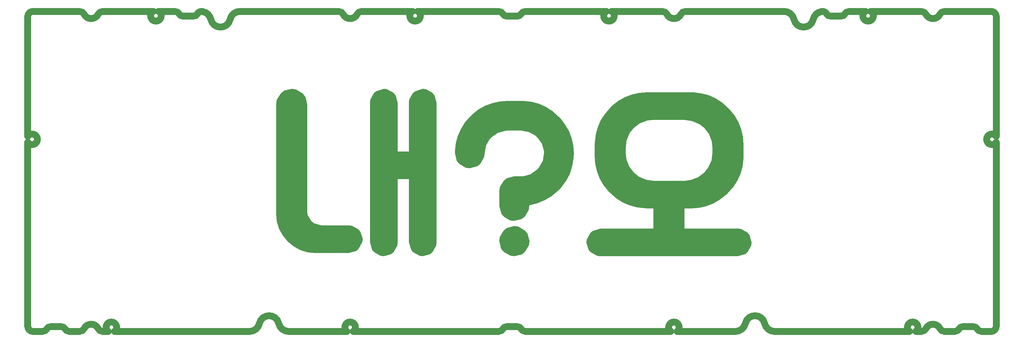
<source format=gbr>
%TF.GenerationSoftware,KiCad,Pcbnew,8.0.1*%
%TF.CreationDate,2025-05-08T03:48:04+09:00*%
%TF.ProjectId,neo60core_rp2040,6e656f36-3063-46f7-9265-5f7270323034,rev?*%
%TF.SameCoordinates,Original*%
%TF.FileFunction,Legend,Top*%
%TF.FilePolarity,Positive*%
%FSLAX46Y46*%
G04 Gerber Fmt 4.6, Leading zero omitted, Abs format (unit mm)*
G04 Created by KiCad (PCBNEW 8.0.1) date 2025-05-08 03:48:04*
%MOMM*%
%LPD*%
G01*
G04 APERTURE LIST*
%ADD10C,2.000000*%
%ADD11C,6.000000*%
G04 APERTURE END LIST*
D10*
X48016748Y-117723684D02*
G75*
G02*
X46670333Y-118562529I-1346448J661184D01*
G01*
X292580917Y-118562501D02*
X294170326Y-118562501D01*
X306381252Y-117137500D02*
X309481247Y-117137500D01*
X31456251Y-62868896D02*
X31456251Y-117062500D01*
X271676588Y-25089774D02*
G75*
G02*
X272990993Y-24312496I1314412J-722726D01*
G01*
X172281261Y-117137501D02*
X175381248Y-117137501D01*
X32956250Y-118562501D02*
X35771450Y-118562501D01*
X277726968Y-24312500D02*
X272990993Y-24312501D01*
X242437296Y-116210787D02*
G75*
G02*
X248100254Y-116210787I2831479J-626678D01*
G01*
X90937663Y-26664190D02*
G75*
G02*
X85274717Y-26664190I-2831473J626705D01*
G01*
X46670350Y-24312501D02*
X32956250Y-24312501D01*
X267481251Y-25737503D02*
G75*
G02*
X266390623Y-25098182I49J1250003D01*
G01*
X53492150Y-118562501D02*
G75*
G02*
X52145778Y-117723675I50J1500001D01*
G01*
X262387784Y-26664190D02*
G75*
G02*
X256724836Y-26664190I-2831474J626702D01*
G01*
X125281585Y-118562500D02*
G75*
G02*
X127180915Y-118562500I949665J1225001D01*
G01*
X175381248Y-117137501D02*
G75*
G02*
X176476549Y-117785248I-48J-1249999D01*
G01*
X68326973Y-24312501D02*
X53477968Y-24312501D01*
X99562248Y-116210788D02*
G75*
G02*
X105225155Y-116210799I2831452J-626712D01*
G01*
X316206251Y-62868899D02*
G75*
G02*
X316206252Y-61106103I-1275051J881399D01*
G01*
X175381247Y-25737502D02*
X172281251Y-25737502D01*
X242437294Y-116210787D02*
G75*
G02*
X239508178Y-118562478I-2929094J648287D01*
G01*
X299645753Y-25151316D02*
G75*
G02*
X295516745Y-25151315I-2064504J1013817D01*
G01*
X128295757Y-25151316D02*
G75*
G02*
X129642172Y-24312476I1346443J-661184D01*
G01*
X171185915Y-117785227D02*
G75*
G02*
X169875743Y-118562501I-1314415J722727D01*
G01*
X270581248Y-25737503D02*
X267481251Y-25737503D01*
X223495752Y-25151317D02*
G75*
G02*
X219366667Y-25151354I-2064552J1013817D01*
G01*
X53492150Y-118562501D02*
X55081585Y-118562500D01*
X295516742Y-117723685D02*
G75*
G02*
X294170326Y-118562524I-1346442J661185D01*
G01*
X290681580Y-118562501D02*
G75*
G02*
X292580917Y-118562501I949669J1225001D01*
G01*
X222380919Y-118562502D02*
X239508178Y-118562502D01*
X69935534Y-24312502D02*
G75*
G02*
X68326974Y-24312502I-804280J-1325002D01*
G01*
X176476587Y-25089773D02*
G75*
G02*
X175381247Y-25737542I-1095387J602273D01*
G01*
X144526972Y-24312501D02*
X129642172Y-24312501D01*
X108154351Y-118562501D02*
G75*
G02*
X105225184Y-116210792I-51J3000001D01*
G01*
X99562246Y-116210788D02*
G75*
G02*
X96633130Y-118562529I-2929146J648288D01*
G01*
X305285915Y-117785228D02*
G75*
G02*
X306381252Y-117137460I1095385J-602272D01*
G01*
X127180915Y-118562500D02*
X169875743Y-118562502D01*
X169871511Y-24312500D02*
X146135533Y-24312500D01*
X31456251Y-61106103D02*
G75*
G02*
X31456251Y-62868896I1274999J-881397D01*
G01*
X299645754Y-25151316D02*
G75*
G02*
X300992167Y-24312473I1346446J-661184D01*
G01*
X169871511Y-24312500D02*
G75*
G02*
X171185909Y-25089776I-11J-1500000D01*
G01*
X203135531Y-24312501D02*
G75*
G02*
X201526996Y-24312545I-804231J-1324999D01*
G01*
X253795726Y-24312501D02*
X224842170Y-24312500D01*
X46670350Y-24312501D02*
G75*
G02*
X48016721Y-25151330I-50J-1499999D01*
G01*
X56980922Y-118562501D02*
X96633130Y-118562501D01*
X251029370Y-118562502D02*
G75*
G02*
X248100280Y-116210781I30J3000002D01*
G01*
X201526969Y-24312501D02*
X177790994Y-24312500D01*
X253795726Y-24312501D02*
G75*
G02*
X256724812Y-26664195I-26J-2999999D01*
G01*
X52145757Y-25151317D02*
G75*
G02*
X48016744Y-25151319I-2064507J1013817D01*
G01*
X32956250Y-118562501D02*
G75*
G02*
X31456199Y-117062500I-50J1500001D01*
G01*
X271676586Y-25089774D02*
G75*
G02*
X270581248Y-25737542I-1095386J602274D01*
G01*
X316206250Y-117062500D02*
G75*
G02*
X314706250Y-118562550I-1500050J0D01*
G01*
X305285913Y-117785228D02*
G75*
G02*
X303971507Y-118562506I-1314413J722728D01*
G01*
X176476587Y-25089773D02*
G75*
G02*
X177790994Y-24312495I1314413J-722727D01*
G01*
X294170326Y-24312501D02*
X279335527Y-24312501D01*
X90937665Y-26664190D02*
G75*
G02*
X93866776Y-24312477I2929135J-648310D01*
G01*
X43690949Y-118562501D02*
G75*
G02*
X42376636Y-117785200I51J1499901D01*
G01*
X122820350Y-24312501D02*
X93866776Y-24312501D01*
X52145758Y-25151317D02*
G75*
G02*
X53477968Y-24312534I1346642J-661483D01*
G01*
X82815810Y-24349579D02*
G75*
G02*
X85274716Y-26664190I-470110J-2962821D01*
G01*
X300992167Y-118562501D02*
X303971507Y-118562502D01*
X177790994Y-118562501D02*
G75*
G02*
X176476591Y-117785225I6J1500001D01*
G01*
X172281251Y-25737502D02*
G75*
G02*
X171185872Y-25089797I-51J1250002D01*
G01*
X279335527Y-24312502D02*
G75*
G02*
X277726943Y-24312459I-804327J-1324998D01*
G01*
X48016749Y-117723684D02*
G75*
G02*
X52145752Y-117723687I2064501J-1013816D01*
G01*
X43690949Y-118562501D02*
X46670333Y-118562501D01*
X177790994Y-118562501D02*
X220481580Y-118562501D01*
X294170326Y-24312501D02*
G75*
G02*
X295516720Y-25151328I-26J-1499999D01*
G01*
X311890994Y-118562501D02*
X314706250Y-118562500D01*
X223495752Y-25151317D02*
G75*
G02*
X224842170Y-24312472I1346448J-661183D01*
G01*
X108154351Y-118562501D02*
X125281585Y-118562500D01*
X37085916Y-117785228D02*
G75*
G02*
X38181253Y-117137461I1095384J-602272D01*
G01*
X77081251Y-25737503D02*
G75*
G02*
X75985871Y-25089797I-51J1250003D01*
G01*
X309481247Y-117137500D02*
G75*
G02*
X310576550Y-117785247I-47J-1250000D01*
G01*
X295516743Y-117723685D02*
G75*
G02*
X299645675Y-117723722I2064457J-1013815D01*
G01*
X171185915Y-117785227D02*
G75*
G02*
X172281261Y-117137460I1095385J-602273D01*
G01*
X37085915Y-117785228D02*
G75*
G02*
X35771450Y-118562543I-1314515J722828D01*
G01*
X264846690Y-24349580D02*
G75*
G02*
X266390577Y-25098208I235110J-1481420D01*
G01*
X316206250Y-117062500D02*
X316206251Y-62868899D01*
X316206251Y-61106103D02*
X316206251Y-25812503D01*
X74671550Y-24312501D02*
X69935534Y-24312501D01*
X80181251Y-25737503D02*
X77081251Y-25737503D01*
X128295756Y-25151316D02*
G75*
G02*
X124166826Y-25151279I-2064456J1013816D01*
G01*
X218020328Y-24312501D02*
X203135531Y-24312500D01*
X311890994Y-118562501D02*
G75*
G02*
X310576591Y-117785225I6J1500001D01*
G01*
X262387784Y-26664190D02*
G75*
G02*
X264846689Y-24349575I2929116J-648310D01*
G01*
X55081585Y-118562500D02*
G75*
G02*
X56980919Y-118562497I949665J1225000D01*
G01*
X31456251Y-25812500D02*
X31456251Y-61106103D01*
X251029370Y-118562502D02*
X290681580Y-118562501D01*
X220481580Y-118562500D02*
G75*
G02*
X222380956Y-118562550I949720J1225000D01*
G01*
X38181253Y-117137500D02*
X41281250Y-117137500D01*
X122820350Y-24312501D02*
G75*
G02*
X124166722Y-25151330I-50J-1499999D01*
G01*
X146135533Y-24312501D02*
G75*
G02*
X144526998Y-24312543I-804233J-1324999D01*
G01*
X314706250Y-24312500D02*
G75*
G02*
X316206300Y-25812503I50J-1500000D01*
G01*
X300992167Y-118562501D02*
G75*
G02*
X299645777Y-117723672I33J1500001D01*
G01*
X314706250Y-24312500D02*
X300992167Y-24312501D01*
X81271911Y-25098201D02*
G75*
G02*
X80181251Y-25737542I-1090711J610701D01*
G01*
X218020328Y-24312501D02*
G75*
G02*
X219366721Y-25151328I-28J-1499999D01*
G01*
X81271911Y-25098201D02*
G75*
G02*
X82815804Y-24349619I1308689J-732699D01*
G01*
X41281250Y-117137500D02*
G75*
G02*
X42376627Y-117785205I50J-1250000D01*
G01*
X31456251Y-25812500D02*
G75*
G02*
X32956250Y-24312451I1500049J0D01*
G01*
X74671550Y-24312501D02*
G75*
G02*
X75985908Y-25089777I-50J-1499999D01*
G01*
D11*
G36*
X132076714Y-51182632D02*
G01*
X132076714Y-92321676D01*
X132676977Y-94507186D01*
X133241752Y-95223281D01*
X135196935Y-96325278D01*
X136110384Y-96421292D01*
X138295894Y-95799204D01*
X139011989Y-95223281D01*
X140105114Y-93237733D01*
X140199010Y-92321676D01*
X140199010Y-73736017D01*
X143540252Y-73736017D01*
X143540252Y-92321676D01*
X144162340Y-94507186D01*
X144738263Y-95223281D01*
X146689743Y-96325278D01*
X147573922Y-96421292D01*
X149759432Y-95799204D01*
X150475527Y-95223281D01*
X151577524Y-93237733D01*
X151673538Y-92321676D01*
X151673538Y-51182632D01*
X151051450Y-49057852D01*
X150475527Y-48346973D01*
X148489980Y-47243101D01*
X147573922Y-47148961D01*
X145449142Y-47766259D01*
X144738263Y-48346973D01*
X143636266Y-50298453D01*
X143540252Y-51182632D01*
X143540252Y-65613721D01*
X140199010Y-65613721D01*
X140199010Y-51182632D01*
X139585793Y-49057852D01*
X139011989Y-48346973D01*
X137026442Y-47243101D01*
X136110384Y-47148961D01*
X133941908Y-47766259D01*
X133241752Y-48346973D01*
X132168245Y-50298453D01*
X132076714Y-51182632D01*
G37*
G36*
X109017746Y-47148961D02*
G01*
X106876984Y-47664161D01*
X105808395Y-48467873D01*
X104664545Y-50348567D01*
X104478493Y-51688215D01*
X104478493Y-83880643D01*
X104690927Y-86186334D01*
X105328916Y-88320978D01*
X106393491Y-90282515D01*
X107885681Y-92068885D01*
X109670505Y-93561075D01*
X111629466Y-94625649D01*
X113763595Y-95263638D01*
X116073922Y-95476072D01*
X125833866Y-95476072D01*
X128026041Y-94853984D01*
X128735471Y-94278061D01*
X129839343Y-92292514D01*
X129933483Y-91376456D01*
X129316185Y-89251676D01*
X128735471Y-88540797D01*
X126756589Y-87438800D01*
X125833866Y-87342786D01*
X117832471Y-87342786D01*
X115664709Y-86762577D01*
X114842938Y-86111802D01*
X113733644Y-84172941D01*
X113611954Y-83122269D01*
X113611954Y-51688215D01*
X113083875Y-49544769D01*
X112260070Y-48467873D01*
X110361452Y-47334433D01*
X109017746Y-47148961D01*
G37*
G36*
X176491054Y-50677049D02*
G01*
X172523329Y-50677049D01*
X170179355Y-50836946D01*
X167969414Y-51316348D01*
X165893071Y-52114819D01*
X163949890Y-53231925D01*
X162139438Y-54667231D01*
X161565374Y-55216303D01*
X160020016Y-56980290D01*
X158796046Y-58872225D01*
X157892595Y-60892540D01*
X157308793Y-63041672D01*
X157043771Y-65320054D01*
X157026120Y-66108312D01*
X157579928Y-68279864D01*
X158312059Y-69229736D01*
X160240707Y-70374267D01*
X161433483Y-70526666D01*
X163637284Y-69915287D01*
X164488961Y-69229736D01*
X165630935Y-67303645D01*
X165785890Y-66108312D01*
X166164562Y-63842593D01*
X167300577Y-61892433D01*
X167764257Y-61393204D01*
X169655832Y-60054310D01*
X171843244Y-59467237D01*
X172523329Y-59436819D01*
X176491054Y-59436819D01*
X178767556Y-59810100D01*
X180742697Y-60933625D01*
X181250126Y-61393204D01*
X182602525Y-63253204D01*
X183197581Y-65428764D01*
X183228493Y-66108312D01*
X182849821Y-68389378D01*
X181713806Y-70360406D01*
X181250126Y-70867384D01*
X179363116Y-72228818D01*
X177171590Y-72825809D01*
X176491054Y-72856742D01*
X174479714Y-72856742D01*
X172275913Y-73448964D01*
X171424236Y-74109708D01*
X170279705Y-76014161D01*
X170127307Y-77198159D01*
X170127307Y-81671467D01*
X170684221Y-83828818D01*
X171424236Y-84759918D01*
X173321927Y-85875372D01*
X174479714Y-86023874D01*
X176643279Y-85481161D01*
X177590147Y-84759918D01*
X178734678Y-82862903D01*
X178887077Y-81671467D01*
X178887077Y-81418675D01*
X181275073Y-80823955D01*
X183476200Y-79919296D01*
X185489765Y-78704008D01*
X187315079Y-77177401D01*
X188273329Y-76165012D01*
X189723782Y-74229954D01*
X190815877Y-72146582D01*
X191550996Y-69914898D01*
X191930518Y-67534901D01*
X191988263Y-66108312D01*
X191829380Y-63786750D01*
X191352442Y-61594583D01*
X190557014Y-59531377D01*
X189442661Y-57596697D01*
X188008948Y-55790109D01*
X187460000Y-55216303D01*
X185688599Y-53675026D01*
X183786497Y-52451805D01*
X181752827Y-51547074D01*
X179586718Y-50961268D01*
X177287301Y-50694821D01*
X176491054Y-50677049D01*
G37*
G36*
X174479714Y-87529631D02*
G01*
X172308162Y-88091427D01*
X171358291Y-88826561D01*
X170216316Y-90777946D01*
X170061361Y-92002939D01*
X170623156Y-94174491D01*
X171358291Y-95124363D01*
X173284382Y-96268894D01*
X174479714Y-96421292D01*
X176698875Y-95864378D01*
X177656093Y-95124363D01*
X178800624Y-93198271D01*
X178953022Y-92002939D01*
X178396108Y-89783779D01*
X177656093Y-88826561D01*
X175704707Y-87684586D01*
X174479714Y-87529631D01*
G37*
G36*
X227244074Y-48177775D02*
G01*
X229522626Y-48442628D01*
X231672506Y-49025681D01*
X233694585Y-49927369D01*
X235589731Y-51148127D01*
X237358814Y-52688389D01*
X237907762Y-53264130D01*
X239341475Y-55075138D01*
X240455827Y-57012498D01*
X241251256Y-59077081D01*
X241728194Y-61269755D01*
X241887077Y-63591390D01*
X241887077Y-66866687D01*
X241869428Y-67655068D01*
X241604575Y-69935045D01*
X241021522Y-72086929D01*
X240119834Y-74110288D01*
X238899076Y-76004685D01*
X237358814Y-77769687D01*
X236783073Y-78318759D01*
X234972065Y-79754065D01*
X233034705Y-80871171D01*
X230970122Y-81669642D01*
X228777448Y-82149043D01*
X226455813Y-82308941D01*
X224565374Y-82308941D01*
X224565374Y-88288005D01*
X240194474Y-88288005D01*
X241110286Y-88384020D01*
X243085088Y-89486017D01*
X243665801Y-90196896D01*
X244283099Y-92321676D01*
X244188959Y-93237733D01*
X243085088Y-95223281D01*
X242375902Y-95799204D01*
X240194474Y-96421292D01*
X199802813Y-96421292D01*
X198886755Y-96325278D01*
X196901208Y-95223281D01*
X196325285Y-94507186D01*
X195703197Y-92321676D01*
X195799211Y-91437497D01*
X196901208Y-89486017D01*
X197617303Y-88910094D01*
X199802813Y-88288005D01*
X215431913Y-88288005D01*
X215431913Y-82308941D01*
X213596428Y-82308941D01*
X212802124Y-82291169D01*
X210507633Y-82024722D01*
X208346451Y-81438916D01*
X206319446Y-80534185D01*
X204427487Y-79310964D01*
X202671445Y-77769687D01*
X202126366Y-77195757D01*
X200701493Y-75387575D01*
X199592501Y-73450142D01*
X198799826Y-71383894D01*
X198323902Y-69189263D01*
X198165164Y-66866687D01*
X198165164Y-65987412D01*
X207232680Y-65987412D01*
X207422834Y-67819282D01*
X208266188Y-70015808D01*
X209628702Y-71779631D01*
X211059019Y-72941059D01*
X213209032Y-73894235D01*
X215431913Y-74175654D01*
X224565374Y-74175654D01*
X226397244Y-73987374D01*
X228593770Y-73147027D01*
X230357593Y-71779631D01*
X231514229Y-70354350D01*
X232469639Y-68204965D01*
X232753615Y-65987412D01*
X232753615Y-64470664D01*
X232563461Y-62638794D01*
X231720107Y-60442268D01*
X230357593Y-58678445D01*
X228932312Y-57521809D01*
X226782927Y-56566399D01*
X224565374Y-56282423D01*
X215431913Y-56282423D01*
X213595007Y-56472577D01*
X211397853Y-57315931D01*
X209628702Y-58678445D01*
X208472066Y-60103726D01*
X207516656Y-62253111D01*
X207232680Y-64470664D01*
X207232680Y-65987412D01*
X198165164Y-65987412D01*
X198165164Y-63591390D01*
X198182807Y-62803129D01*
X198447322Y-60524578D01*
X199028878Y-58374697D01*
X199927040Y-56352619D01*
X201141374Y-54457473D01*
X202671445Y-52688389D01*
X203241637Y-52139441D01*
X205043081Y-50705729D01*
X206980152Y-49591376D01*
X209051979Y-48795948D01*
X211257694Y-48319010D01*
X213596428Y-48160127D01*
X226455813Y-48160127D01*
X227244074Y-48177775D01*
G37*
M02*

</source>
